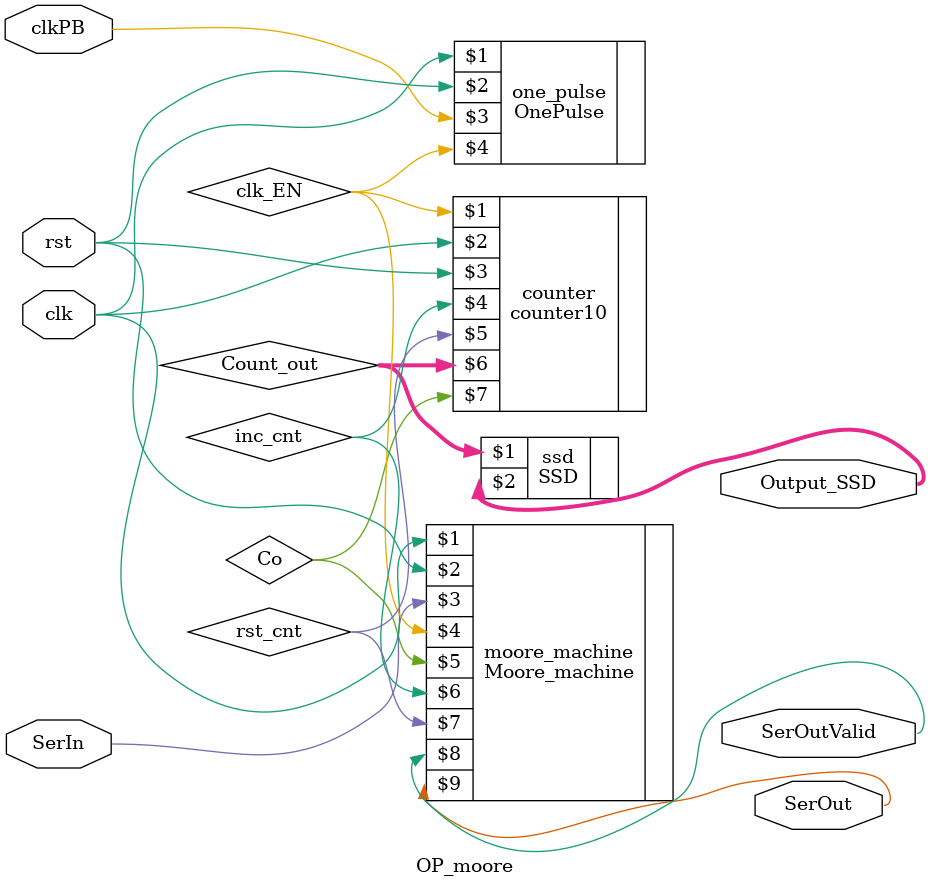
<source format=v>
module OP_moore(input clkPB , clk , rst , SerIn ,output SerOutValid,SerOut, output[13:0]Output_SSD);
  wire inc_cnt;
  wire [3:0]Count_out;
  wire clk_EN , Co ,  rst_cnt;
OnePulse   one_pulse(clk,rst , clkPB,  clk_EN);
Moore_machine   moore_machine(clk ,rst , SerIn , clk_EN , Co , inc_cnt , rst_cnt , SerOutValid ,SerOut);
counter10 counter(clk_EN , clk ,rst, inc_cnt , rst_cnt , Count_out , Co );
SSD ssd(Count_out , Output_SSD );
endmodule 

</source>
